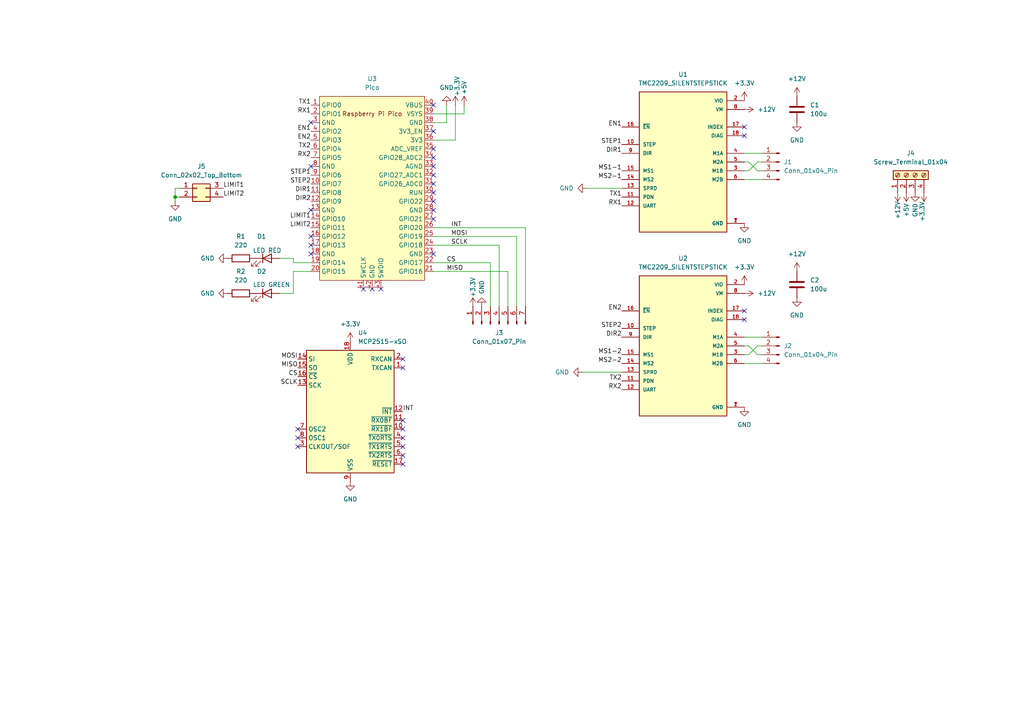
<source format=kicad_sch>
(kicad_sch (version 20231120) (generator "eeschema") (generator_version "8.0")
  (paper "A4")
  (title_block (title "Motor Driver Breakout v2") (date "2024-09-10") (rev "v0.2") (comment 1 "(Produced)") (comment 3 "Technology: THT") (comment 4 "Author: AlexanderHD27"))
  (lib_symbols
    (symbol "Connector:Conn_01x04_Pin" (pin_names (offset 1.016) hide)
      (property "Reference" "J" (at 0 5.08 0))
      (property "Value" "Conn_01x04_Pin" (at 0 -7.62 0))
      (symbol "Conn_01x04_Pin_1_1"
        (polyline (pts (xy 1.27 -5.08) (xy 0.8636 -5.08)) (stroke (width 0.1524)))
        (polyline (pts (xy 1.27 -2.54) (xy 0.8636 -2.54)) (stroke (width 0.1524)))
        (polyline (pts (xy 1.27 0) (xy 0.8636 0)) (stroke (width 0.1524)))
        (polyline (pts (xy 1.27 2.54) (xy 0.8636 2.54)) (stroke (width 0.1524)))
        (rectangle (start 0.8636 -4.953) (end 0 -5.207) (stroke (width 0.1524)) (fill (type outline)))
        (rectangle (start 0.8636 -2.413) (end 0 -2.667) (stroke (width 0.1524)) (fill (type outline)))
        (rectangle (start 0.8636 0.127) (end 0 -0.127) (stroke (width 0.1524)) (fill (type outline)))
        (rectangle (start 0.8636 2.667) (end 0 2.413) (stroke (width 0.1524)) (fill (type outline)))
        (pin passive line (at 5.08 2.54 180) (length 3.81) (name "Pin_1") (number "1"))
        (pin passive line (at 5.08 0 180) (length 3.81) (name "Pin_2") (number "2"))
        (pin passive line (at 5.08 -2.54 180) (length 3.81) (name "Pin_3") (number "3"))
        (pin passive line (at 5.08 -5.08 180) (length 3.81) (name "Pin_4") (number "4"))
      )
    )
    (symbol "Connector:Conn_01x07_Pin" (pin_names (offset 1.016) hide)
      (property "Reference" "J" (at 0 10.16 0))
      (property "Value" "Conn_01x07_Pin" (at 0 -10.16 0))
      (symbol "Conn_01x07_Pin_1_1"
        (polyline (pts (xy 1.27 -7.62) (xy 0.8636 -7.62)) (stroke (width 0.1524)))
        (polyline (pts (xy 1.27 -5.08) (xy 0.8636 -5.08)) (stroke (width 0.1524)))
        (polyline (pts (xy 1.27 -2.54) (xy 0.8636 -2.54)) (stroke (width 0.1524)))
        (polyline (pts (xy 1.27 0) (xy 0.8636 0)) (stroke (width 0.1524)))
        (polyline (pts (xy 1.27 2.54) (xy 0.8636 2.54)) (stroke (width 0.1524)))
        (polyline (pts (xy 1.27 5.08) (xy 0.8636 5.08)) (stroke (width 0.1524)))
        (polyline (pts (xy 1.27 7.62) (xy 0.8636 7.62)) (stroke (width 0.1524)))
        (rectangle (start 0.8636 -7.493) (end 0 -7.747) (stroke (width 0.1524)) (fill (type outline)))
        (rectangle (start 0.8636 -4.953) (end 0 -5.207) (stroke (width 0.1524)) (fill (type outline)))
        (rectangle (start 0.8636 -2.413) (end 0 -2.667) (stroke (width 0.1524)) (fill (type outline)))
        (rectangle (start 0.8636 0.127) (end 0 -0.127) (stroke (width 0.1524)) (fill (type outline)))
        (rectangle (start 0.8636 2.667) (end 0 2.413) (stroke (width 0.1524)) (fill (type outline)))
        (rectangle (start 0.8636 5.207) (end 0 4.953) (stroke (width 0.1524)) (fill (type outline)))
        (rectangle (start 0.8636 7.747) (end 0 7.493) (stroke (width 0.1524)) (fill (type outline)))
        (pin passive line (at 5.08 7.62 180) (length 3.81) (name "Pin_1") (number "1"))
        (pin passive line (at 5.08 5.08 180) (length 3.81) (name "Pin_2") (number "2"))
        (pin passive line (at 5.08 2.54 180) (length 3.81) (name "Pin_3") (number "3"))
        (pin passive line (at 5.08 0 180) (length 3.81) (name "Pin_4") (number "4"))
        (pin passive line (at 5.08 -2.54 180) (length 3.81) (name "Pin_5") (number "5"))
        (pin passive line (at 5.08 -5.08 180) (length 3.81) (name "Pin_6") (number "6"))
        (pin passive line (at 5.08 -7.62 180) (length 3.81) (name "Pin_7") (number "7"))
      )
    )
    (symbol "Connector:Screw_Terminal_01x04" (pin_names (offset 1.016) hide)
      (property "Reference" "J" (at 0 5.08 0))
      (property "Value" "Screw_Terminal_01x04" (at 0 -7.62 0))
      (symbol "Screw_Terminal_01x04_1_1"
        (rectangle (start -1.27 3.81) (end 1.27 -6.35) (stroke (width 0.254)) (fill (type background)))
        (circle (center 0 -5.08) (radius 0.635) (stroke (width 0.1524)))
        (circle (center 0 -2.54) (radius 0.635) (stroke (width 0.1524)))
        (polyline (pts (xy -0.5334 -4.7498) (xy 0.3302 -5.588)) (stroke (width 0.1524)))
        (polyline (pts (xy -0.5334 -2.2098) (xy 0.3302 -3.048)) (stroke (width 0.1524)))
        (polyline (pts (xy -0.5334 0.3302) (xy 0.3302 -0.508)) (stroke (width 0.1524)))
        (polyline (pts (xy -0.5334 2.8702) (xy 0.3302 2.032)) (stroke (width 0.1524)))
        (polyline (pts (xy -0.3556 -4.572) (xy 0.508 -5.4102)) (stroke (width 0.1524)))
        (polyline (pts (xy -0.3556 -2.032) (xy 0.508 -2.8702)) (stroke (width 0.1524)))
        (polyline (pts (xy -0.3556 0.508) (xy 0.508 -0.3302)) (stroke (width 0.1524)))
        (polyline (pts (xy -0.3556 3.048) (xy 0.508 2.2098)) (stroke (width 0.1524)))
        (circle (center 0 0) (radius 0.635) (stroke (width 0.1524)))
        (circle (center 0 2.54) (radius 0.635) (stroke (width 0.1524)))
        (pin passive line (at -5.08 2.54 0) (length 3.81) (name "Pin_1") (number "1"))
        (pin passive line (at -5.08 0 0) (length 3.81) (name "Pin_2") (number "2"))
        (pin passive line (at -5.08 -2.54 0) (length 3.81) (name "Pin_3") (number "3"))
        (pin passive line (at -5.08 -5.08 0) (length 3.81) (name "Pin_4") (number "4"))
      )
    )
    (symbol "Connector_Generic:Conn_02x02_Top_Bottom" (pin_names (offset 1.016) hide)
      (property "Reference" "J" (at 1.27 2.54 0))
      (property "Value" "Conn_02x02_Top_Bottom" (at 1.27 -5.08 0))
      (symbol "Conn_02x02_Top_Bottom_1_1"
        (rectangle (start -1.27 -2.413) (end 0 -2.667) (stroke (width 0.1524)))
        (rectangle (start -1.27 0.127) (end 0 -0.127) (stroke (width 0.1524)))
        (rectangle (start -1.27 1.27) (end 3.81 -3.81) (stroke (width 0.254)) (fill (type background)))
        (rectangle (start 3.81 -2.413) (end 2.54 -2.667) (stroke (width 0.1524)))
        (rectangle (start 3.81 0.127) (end 2.54 -0.127) (stroke (width 0.1524)))
        (pin passive line (at -5.08 0 0) (length 3.81) (name "Pin_1") (number "1"))
        (pin passive line (at -5.08 -2.54 0) (length 3.81) (name "Pin_2") (number "2"))
        (pin passive line (at 7.62 0 180) (length 3.81) (name "Pin_3") (number "3"))
        (pin passive line (at 7.62 -2.54 180) (length 3.81) (name "Pin_4") (number "4"))
      )
    )
    (symbol "Device:C" (pin_numbers hide) (pin_names (offset 0.254))
      (property "Reference" "C" (at 0.635 2.54 0))
      (property "Value" "C" (at 0.635 -2.54 0))
      (symbol "C_0_1"
        (polyline (pts (xy -2.032 -0.762) (xy 2.032 -0.762)) (stroke (width 0.508)))
        (polyline (pts (xy -2.032 0.762) (xy 2.032 0.762)) (stroke (width 0.508)))
      )
      (symbol "C_1_1"
        (pin passive line (at 0 3.81 270) (length 2.794) (name "~") (number "1"))
        (pin passive line (at 0 -3.81 90) (length 2.794) (name "~") (number "2"))
      )
    )
    (symbol "Device:LED" (pin_numbers hide) (pin_names (offset 1.016) hide)
      (property "Reference" "D" (at 0 2.54 0))
      (property "Value" "LED" (at 0 -2.54 0))
      (symbol "LED_0_1"
        (polyline (pts (xy -1.27 -1.27) (xy -1.27 1.27)) (stroke (width 0.254)))
        (polyline (pts (xy -1.27 0) (xy 1.27 0)))
        (polyline (pts (xy 1.27 -1.27) (xy 1.27 1.27) (xy -1.27 0) (xy 1.27 -1.27)) (stroke (width 0.254)))
        (polyline (pts (xy -3.048 -0.762) (xy -4.572 -2.286) (xy -3.81 -2.286) (xy -4.572 -2.286) (xy -4.572 -1.524)))
        (polyline (pts (xy -1.778 -0.762) (xy -3.302 -2.286) (xy -2.54 -2.286) (xy -3.302 -2.286) (xy -3.302 -1.524)))
      )
      (symbol "LED_1_1"
        (pin passive line (at -3.81 0 0) (length 2.54) (name "K") (number "1"))
        (pin passive line (at 3.81 0 180) (length 2.54) (name "A") (number "2"))
      )
    )
    (symbol "Device:R" (pin_numbers hide) (pin_names (offset 0))
      (property "Reference" "R" (at 2.032 0 90))
      (property "Value" "R" (at 0 0 90))
      (symbol "R_0_1"
        (rectangle (start -1.016 -2.54) (end 1.016 2.54) (stroke (width 0.254)))
      )
      (symbol "R_1_1"
        (pin passive line (at 0 3.81 270) (length 1.27) (name "~") (number "1"))
        (pin passive line (at 0 -3.81 90) (length 1.27) (name "~") (number "2"))
      )
    )
    (symbol "Interface_CAN_LIN:MCP2515-xSO"
      (property "Reference" "U" (at -10.16 19.685 0))
      (property "Value" "MCP2515-xSO" (at 19.05 20.32 0))
      (symbol "MCP2515-xSO_0_1"
        (rectangle (start -12.7 17.78) (end 12.7 -17.78) (stroke (width 0.254)) (fill (type background)))
      )
      (symbol "MCP2515-xSO_1_1"
        (pin output line (at 15.24 12.7 180) (length 2.54) (name "TXCAN") (number "1"))
        (pin output line (at 15.24 -5.08 180) (length 2.54) (name "~{RX1BF}") (number "10"))
        (pin output line (at 15.24 -2.54 180) (length 2.54) (name "~{RX0BF}") (number "11"))
        (pin output line (at 15.24 0 180) (length 2.54) (name "~{INT}") (number "12"))
        (pin input line (at -15.24 7.62 0) (length 2.54) (name "SCK") (number "13"))
        (pin input line (at -15.24 15.24 0) (length 2.54) (name "SI") (number "14"))
        (pin output line (at -15.24 12.7 0) (length 2.54) (name "SO") (number "15"))
        (pin input line (at -15.24 10.16 0) (length 2.54) (name "~{CS}") (number "16"))
        (pin input line (at 15.24 -15.24 180) (length 2.54) (name "~{RESET}") (number "17"))
        (pin power_in line (at 0 20.32 270) (length 2.54) (name "VDD") (number "18"))
        (pin input line (at 15.24 15.24 180) (length 2.54) (name "RXCAN") (number "2"))
        (pin output line (at -15.24 -10.16 0) (length 2.54) (name "CLKOUT/SOF") (number "3"))
        (pin input line (at 15.24 -7.62 180) (length 2.54) (name "~{TX0RTS}") (number "4"))
        (pin input line (at 15.24 -10.16 180) (length 2.54) (name "~{TX1RTS}") (number "5"))
        (pin input line (at 15.24 -12.7 180) (length 2.54) (name "~{TX2RTS}") (number "6"))
        (pin output line (at -15.24 -5.08 0) (length 2.54) (name "OSC2") (number "7"))
        (pin input line (at -15.24 -7.62 0) (length 2.54) (name "OSC1") (number "8"))
        (pin power_in line (at 0 -20.32 90) (length 2.54) (name "VSS") (number "9"))
      )
    )
    (symbol "MCU_RaspberryPi_and_Boards:Pico"
      (property "Reference" "U" (at -13.97 27.94 0))
      (property "Value" "Pico" (at 0 19.05 0))
      (symbol "Pico_0_0"
        (text "Raspberry Pi Pico" (at 0 21.59 0) (effects (font (size 1.27 1.27))))
      )
      (symbol "Pico_0_1"
        (rectangle (start -15.24 26.67) (end 15.24 -26.67) (fill (type background)))
      )
      (symbol "Pico_1_1"
        (pin bidirectional line (at -17.78 24.13 0) (length 2.54) (name "GPIO0") (number "1"))
        (pin bidirectional line (at -17.78 1.27 0) (length 2.54) (name "GPIO7") (number "10"))
        (pin bidirectional line (at -17.78 -1.27 0) (length 2.54) (name "GPIO8") (number "11"))
        (pin bidirectional line (at -17.78 -3.81 0) (length 2.54) (name "GPIO9") (number "12"))
        (pin power_in line (at -17.78 -6.35 0) (length 2.54) (name "GND") (number "13"))
        (pin bidirectional line (at -17.78 -8.89 0) (length 2.54) (name "GPIO10") (number "14"))
        (pin bidirectional line (at -17.78 -11.43 0) (length 2.54) (name "GPIO11") (number "15"))
        (pin bidirectional line (at -17.78 -13.97 0) (length 2.54) (name "GPIO12") (number "16"))
        (pin bidirectional line (at -17.78 -16.51 0) (length 2.54) (name "GPIO13") (number "17"))
        (pin power_in line (at -17.78 -19.05 0) (length 2.54) (name "GND") (number "18"))
        (pin bidirectional line (at -17.78 -21.59 0) (length 2.54) (name "GPIO14") (number "19"))
        (pin bidirectional line (at -17.78 21.59 0) (length 2.54) (name "GPIO1") (number "2"))
        (pin bidirectional line (at -17.78 -24.13 0) (length 2.54) (name "GPIO15") (number "20"))
        (pin bidirectional line (at 17.78 -24.13 180) (length 2.54) (name "GPIO16") (number "21"))
        (pin bidirectional line (at 17.78 -21.59 180) (length 2.54) (name "GPIO17") (number "22"))
        (pin power_in line (at 17.78 -19.05 180) (length 2.54) (name "GND") (number "23"))
        (pin bidirectional line (at 17.78 -16.51 180) (length 2.54) (name "GPIO18") (number "24"))
        (pin bidirectional line (at 17.78 -13.97 180) (length 2.54) (name "GPIO19") (number "25"))
        (pin bidirectional line (at 17.78 -11.43 180) (length 2.54) (name "GPIO20") (number "26"))
        (pin bidirectional line (at 17.78 -8.89 180) (length 2.54) (name "GPIO21") (number "27"))
        (pin power_in line (at 17.78 -6.35 180) (length 2.54) (name "GND") (number "28"))
        (pin bidirectional line (at 17.78 -3.81 180) (length 2.54) (name "GPIO22") (number "29"))
        (pin power_in line (at -17.78 19.05 0) (length 2.54) (name "GND") (number "3"))
        (pin input line (at 17.78 -1.27 180) (length 2.54) (name "RUN") (number "30"))
        (pin bidirectional line (at 17.78 1.27 180) (length 2.54) (name "GPIO26_ADC0") (number "31"))
        (pin bidirectional line (at 17.78 3.81 180) (length 2.54) (name "GPIO27_ADC1") (number "32"))
        (pin power_in line (at 17.78 6.35 180) (length 2.54) (name "AGND") (number "33"))
        (pin bidirectional line (at 17.78 8.89 180) (length 2.54) (name "GPIO28_ADC2") (number "34"))
        (pin power_in line (at 17.78 11.43 180) (length 2.54) (name "ADC_VREF") (number "35"))
        (pin power_in line (at 17.78 13.97 180) (length 2.54) (name "3V3") (number "36"))
        (pin input line (at 17.78 16.51 180) (length 2.54) (name "3V3_EN") (number "37"))
        (pin bidirectional line (at 17.78 19.05 180) (length 2.54) (name "GND") (number "38"))
        (pin power_in line (at 17.78 21.59 180) (length 2.54) (name "VSYS") (number "39"))
        (pin bidirectional line (at -17.78 16.51 0) (length 2.54) (name "GPIO2") (number "4"))
        (pin power_in line (at 17.78 24.13 180) (length 2.54) (name "VBUS") (number "40"))
        (pin input line (at -2.54 -29.21 90) (length 2.54) (name "SWCLK") (number "41"))
        (pin power_in line (at 0 -29.21 90) (length 2.54) (name "GND") (number "42"))
        (pin bidirectional line (at 2.54 -29.21 90) (length 2.54) (name "SWDIO") (number "43"))
        (pin bidirectional line (at -17.78 13.97 0) (length 2.54) (name "GPIO3") (number "5"))
        (pin bidirectional line (at -17.78 11.43 0) (length 2.54) (name "GPIO4") (number "6"))
        (pin bidirectional line (at -17.78 8.89 0) (length 2.54) (name "GPIO5") (number "7"))
        (pin power_in line (at -17.78 6.35 0) (length 2.54) (name "GND") (number "8"))
        (pin bidirectional line (at -17.78 3.81 0) (length 2.54) (name "GPIO6") (number "9"))
      )
    )
    (symbol "TMC2209_SILENTSTEPSTICK:TMC2209_SILENTSTEPSTICK" (pin_names (offset 1.016))
      (property "Reference" "U" (at -12.7 22.86 0))
      (property "Value" "TMC2209_SILENTSTEPSTICK" (at -12.7 -22.86 0))
      (symbol "TMC2209_SILENTSTEPSTICK_0_0"
        (rectangle (start -12.7 -20.32) (end 12.7 20.32) (stroke (width 0.254)) (fill (type background)))
        (pin power_in line (at 17.78 -17.78 180) (length 5.08) (name "GND") (number "1"))
        (pin input line (at -17.78 5.08 0) (length 5.08) (name "STEP") (number "10"))
        (pin bidirectional line (at -17.78 -10.16 0) (length 5.08) (name "PDN") (number "11"))
        (pin bidirectional line (at -17.78 -12.7 0) (length 5.08) (name "UART") (number "12"))
        (pin input line (at -17.78 -7.62 0) (length 5.08) (name "SPRD") (number "13"))
        (pin input line (at -17.78 -5.08 0) (length 5.08) (name "MS2") (number "14"))
        (pin input line (at -17.78 -2.54 0) (length 5.08) (name "MS1") (number "15"))
        (pin input line (at -17.78 10.16 0) (length 5.08) (name "~{EN}") (number "16"))
        (pin output line (at 17.78 10.16 180) (length 5.08) (name "INDEX") (number "17"))
        (pin output line (at 17.78 7.62 180) (length 5.08) (name "DIAG") (number "18"))
        (pin power_in line (at 17.78 17.78 180) (length 5.08) (name "VIO") (number "2"))
        (pin output line (at 17.78 -2.54 180) (length 5.08) (name "M1B") (number "3"))
        (pin output line (at 17.78 2.54 180) (length 5.08) (name "M1A") (number "4"))
        (pin output line (at 17.78 0 180) (length 5.08) (name "M2A") (number "5"))
        (pin output line (at 17.78 -5.08 180) (length 5.08) (name "M2B") (number "6"))
        (pin power_in line (at 17.78 -17.78 180) (length 5.08) (name "GND") (number "7"))
        (pin power_in line (at 17.78 15.24 180) (length 5.08) (name "VM") (number "8"))
        (pin input line (at -17.78 2.54 0) (length 5.08) (name "DIR") (number "9"))
      )
    )
    (symbol "power:+12V" (power) (pin_numbers hide) (pin_names (offset 0) hide)
      (property "Value" "+12V" (at 0 3.556 0))
      (symbol "+12V_0_1"
        (polyline (pts (xy -0.762 1.27) (xy 0 2.54)))
        (polyline (pts (xy 0 0) (xy 0 2.54)))
        (polyline (pts (xy 0 2.54) (xy 0.762 1.27)))
      )
      (symbol "+12V_1_1"
        (pin power_in line (at 0 0 90) (length 0) (name "~") (number "1"))
      )
    )
    (symbol "power:+3.3V" (power) (pin_numbers hide) (pin_names (offset 0) hide)
      (property "Value" "+3.3V" (at 0 3.556 0))
      (symbol "+3.3V_0_1"
        (polyline (pts (xy -0.762 1.27) (xy 0 2.54)))
        (polyline (pts (xy 0 0) (xy 0 2.54)))
        (polyline (pts (xy 0 2.54) (xy 0.762 1.27)))
      )
      (symbol "+3.3V_1_1"
        (pin power_in line (at 0 0 90) (length 0) (name "~") (number "1"))
      )
    )
    (symbol "power:+5V" (power) (pin_numbers hide) (pin_names (offset 0) hide)
      (property "Value" "+5V" (at 0 3.556 0))
      (symbol "+5V_0_1"
        (polyline (pts (xy -0.762 1.27) (xy 0 2.54)))
        (polyline (pts (xy 0 0) (xy 0 2.54)))
        (polyline (pts (xy 0 2.54) (xy 0.762 1.27)))
      )
      (symbol "+5V_1_1"
        (pin power_in line (at 0 0 90) (length 0) (name "~") (number "1"))
      )
    )
    (symbol "power:GND" (power) (pin_numbers hide) (pin_names (offset 0) hide)
      (property "Value" "GND" (at 0 -3.81 0))
      (symbol "GND_0_1"
        (polyline (pts (xy 0 0) (xy 0 -1.27) (xy 1.27 -1.27) (xy 0 -2.54) (xy -1.27 -1.27) (xy 0 -1.27)))
      )
      (symbol "GND_1_1"
        (pin power_in line (at 0 0 270) (length 0) (name "~") (number "1"))
      )
    )
  )
  (junction (at 50.8 57.15))
  (no_connect (at 116.84 121.92))
  (no_connect (at 116.84 134.62))
  (no_connect (at 125.73 58.42))
  (no_connect (at 116.84 129.54))
  (no_connect (at 215.9 39.37))
  (no_connect (at 125.73 50.8))
  (no_connect (at 90.17 68.58))
  (no_connect (at 125.73 55.88))
  (no_connect (at 110.49 83.82))
  (no_connect (at 125.73 63.5))
  (no_connect (at 105.41 83.82))
  (no_connect (at 125.73 43.18))
  (no_connect (at 90.17 71.12))
  (no_connect (at 116.84 127))
  (no_connect (at 116.84 104.14))
  (no_connect (at 90.17 48.26))
  (no_connect (at 215.9 90.17))
  (no_connect (at 86.36 124.46))
  (no_connect (at 86.36 129.54))
  (no_connect (at 90.17 60.96))
  (no_connect (at 125.73 48.26))
  (no_connect (at 107.95 83.82))
  (no_connect (at 125.73 73.66))
  (no_connect (at 215.9 36.83))
  (no_connect (at 125.73 38.1))
  (no_connect (at 116.84 106.68))
  (no_connect (at 215.9 92.71))
  (no_connect (at 116.84 132.08))
  (no_connect (at 125.73 30.48))
  (no_connect (at 86.36 127))
  (no_connect (at 125.73 60.96))
  (no_connect (at 90.17 35.56))
  (no_connect (at 125.73 45.72))
  (no_connect (at 116.84 124.46))
  (no_connect (at 125.73 53.34))
  (no_connect (at 90.17 73.66))
  (wire (pts (xy 219.71 46.99) (xy 220.98 46.99)))
  (wire (pts (xy 90.17 76.2) (xy 85.09 76.2)))
  (wire (pts (xy 85.09 85.09) (xy 85.09 78.74)))
  (wire (pts (xy 52.07 54.61) (xy 50.8 54.61)))
  (wire (pts (xy 215.9 52.07) (xy 220.98 52.07)))
  (wire (pts (xy 144.78 71.12) (xy 144.78 88.9)))
  (wire (pts (xy 217.17 49.53) (xy 219.71 46.99)))
  (wire (pts (xy 219.71 102.87) (xy 217.17 100.33)))
  (wire (pts (xy 132.08 40.64) (xy 125.73 40.64)))
  (wire (pts (xy 125.73 66.04) (xy 152.4 66.04)))
  (wire (pts (xy 152.4 88.9) (xy 152.4 66.04)))
  (wire (pts (xy 50.8 57.15) (xy 52.07 57.15)))
  (wire (pts (xy 215.9 100.33) (xy 217.17 100.33)))
  (wire (pts (xy 170.18 54.61) (xy 180.34 54.61)))
  (wire (pts (xy 50.8 54.61) (xy 50.8 57.15)))
  (wire (pts (xy 149.86 88.9) (xy 149.86 68.58)))
  (wire (pts (xy 129.54 35.56) (xy 125.73 35.56)))
  (wire (pts (xy 85.09 78.74) (xy 90.17 78.74)))
  (wire (pts (xy 220.98 49.53) (xy 219.71 49.53)))
  (wire (pts (xy 147.32 78.74) (xy 147.32 88.9)))
  (wire (pts (xy 219.71 100.33) (xy 220.98 100.33)))
  (wire (pts (xy 81.28 85.09) (xy 85.09 85.09)))
  (wire (pts (xy 217.17 102.87) (xy 219.71 100.33)))
  (wire (pts (xy 132.08 30.48) (xy 132.08 40.64)))
  (wire (pts (xy 215.9 97.79) (xy 220.98 97.79)))
  (wire (pts (xy 125.73 78.74) (xy 147.32 78.74)))
  (wire (pts (xy 168.91 107.95) (xy 180.34 107.95)))
  (wire (pts (xy 215.9 49.53) (xy 217.17 49.53)))
  (wire (pts (xy 125.73 33.02) (xy 134.62 33.02)))
  (wire (pts (xy 134.62 30.48) (xy 134.62 33.02)))
  (wire (pts (xy 50.8 57.15) (xy 50.8 58.42)))
  (wire (pts (xy 125.73 71.12) (xy 144.78 71.12)))
  (wire (pts (xy 129.54 30.48) (xy 129.54 35.56)))
  (wire (pts (xy 215.9 46.99) (xy 217.17 46.99)))
  (wire (pts (xy 219.71 102.87) (xy 220.98 102.87)))
  (wire (pts (xy 215.9 105.41) (xy 220.98 105.41)))
  (wire (pts (xy 142.24 76.2) (xy 142.24 88.9)))
  (wire (pts (xy 81.28 74.93) (xy 85.09 74.93)))
  (wire (pts (xy 215.9 44.45) (xy 220.98 44.45)))
  (wire (pts (xy 125.73 68.58) (xy 149.86 68.58)))
  (wire (pts (xy 219.71 49.53) (xy 217.17 46.99)))
  (wire (pts (xy 125.73 76.2) (xy 142.24 76.2)))
  (wire (pts (xy 215.9 102.87) (xy 217.17 102.87)))
  (wire (pts (xy 85.09 76.2) (xy 85.09 74.93)))
  (label "STEP1" (at 90.17 50.8 180))
  (label "STEP2" (at 180.34 95.25 180))
  (label "EN2" (at 90.17 40.64 180))
  (label "DIR2" (at 90.17 58.42 180))
  (label "LIMIT1" (at 90.17 63.5 180))
  (label "STEP1" (at 180.34 41.91 180))
  (label "MISO" (at 86.36 106.68 180))
  (label "RX2" (at 180.34 113.03 180))
  (label "TX1" (at 180.34 57.15 180))
  (label "LIMIT2" (at 64.77 57.15 0))
  (label "MOSI" (at 130.81 68.58 0))
  (label "EN2" (at 180.34 90.17 180))
  (label "MS1-2" (at 180.34 102.87 180))
  (label "TX1" (at 90.17 30.48 180))
  (label "RX1" (at 180.34 59.69 180))
  (label "MS2-1" (at 180.34 52.07 180))
  (label "MS1-1" (at 180.34 49.53 180))
  (label "TX2" (at 180.34 110.49 180))
  (label "STEP2" (at 90.17 53.34 180))
  (label "LIMIT2" (at 90.17 66.04 180))
  (label "RX1" (at 90.17 33.02 180))
  (label "SCLK" (at 86.36 111.76 180))
  (label "INT" (at 130.81 66.04 0))
  (label "EN1" (at 180.34 36.83 180))
  (label "RX2" (at 90.17 45.72 180))
  (label "DIR1" (at 90.17 55.88 180))
  (label "SCLK" (at 130.81 71.12 0))
  (label "TX2" (at 90.17 43.18 180))
  (label "EN1" (at 90.17 38.1 180))
  (label "MS2-2" (at 180.34 105.41 180))
  (label "INT" (at 116.84 119.38 0))
  (label "DIR1" (at 180.34 44.45 180))
  (label "CS" (at 129.54 76.2 0))
  (label "MISO" (at 129.54 78.74 0))
  (label "MOSI" (at 86.36 104.14 180))
  (label "LIMIT1" (at 64.77 54.61 0))
  (label "DIR2" (at 180.34 97.79 180))
  (label "CS" (at 86.36 109.22 180))
  (symbol (lib_id "power:GND") (at 231.14 35.56 0) (unit 1)
    (property "Reference" "#PWR024" (effects (hide yes)))
    (property "Value" "GND" (at 231.14 40.64 0))
    (property "Description" "Power symbol creates a global label with name \"GND\" , ground" (effects (hide yes)))
  )
  (symbol (lib_id "power:GND") (at 129.54 30.48 180) (unit 1)
    (property "Reference" "#PWR08" (effects (hide yes)))
    (property "Value" "GND" (at 129.54 25.4 0))
    (property "Description" "Power symbol creates a global label with name \"GND\" , ground" (effects (hide yes)))
  )
  (symbol (lib_id "power:+3.3V") (at 132.08 30.48 0) (unit 1)
    (property "Reference" "#PWR03" (effects (hide yes)))
    (property "Value" "+3.3V" (at 132.588 27.94 90) (effects (justify left)))
    (property "Description" "Power symbol creates a global label with name \"+3.3V\"" (effects (hide yes)))
  )
  (symbol (lib_id "Interface_CAN_LIN:MCP2515-xSO") (at 101.6 119.38 0) (unit 1)
    (property "Reference" "U4" (at 103.7941 96.52 0) (effects (justify left)))
    (property "Value" "MCP2515-xSO" (at 103.7941 99.06 0) (effects (justify left)))
    (property "Footprint" "Package_SO:SOIC-18W_7.5x11.6mm_P1.27mm" (effects (hide yes)))
    (property "Datasheet" "http://ww1.microchip.com/downloads/en/DeviceDoc/21801e.pdf" (effects (hide yes)))
    (property "Description" "Stand-Alone CAN Controller with SPI Interface, SOIC-18" (effects (hide yes)))
  )
  (symbol (lib_id "power:+12V") (at 215.9 85.09 270) (unit 1)
    (property "Reference" "#PWR07" (effects (hide yes)))
    (property "Value" "+12V" (at 219.71 85.0899 90) (effects (justify left)))
    (property "Description" "Power symbol creates a global label with name \"+12V\"" (effects (hide yes)))
  )
  (symbol (lib_id "power:GND") (at 66.04 85.09 270) (unit 1)
    (property "Reference" "#PWR015" (effects (hide yes)))
    (property "Value" "GND" (at 62.23 85.0899 90) (effects (justify right)))
    (property "Description" "Power symbol creates a global label with name \"GND\" , ground" (effects (hide yes)))
  )
  (symbol (lib_id "power:GND") (at 170.18 54.61 270) (unit 1)
    (property "Reference" "#PWR011" (effects (hide yes)))
    (property "Value" "GND" (at 166.37 54.6099 90) (effects (justify right)))
    (property "Description" "Power symbol creates a global label with name \"GND\" , ground" (effects (hide yes)))
  )
  (symbol (lib_id "power:+12V") (at 260.35 55.88 180) (unit 1)
    (property "Reference" "#PWR016" (effects (hide yes)))
    (property "Value" "+12V" (at 260.35 60.96 90))
    (property "Description" "Power symbol creates a global label with name \"+12V\"" (effects (hide yes)))
  )
  (symbol (lib_id "Connector_Generic:Conn_02x02_Top_Bottom") (at 57.15 54.61 0) (unit 1)
    (property "Reference" "J5" (at 58.42 48.26 0))
    (property "Value" "Conn_02x02_Top_Bottom" (at 58.42 50.8 0))
    (property "Description" "Generic connector, double row, 02x02, top/bottom pin numbering scheme (row 1: 1...pins_per_row, row2: pins_per_row+1 ... num_pins), script generated (kicad-library-utils/schlib/autogen/connector/)" (effects (hide yes)))
  )
  (symbol (lib_id "power:GND") (at 50.8 58.42 0) (unit 1)
    (property "Reference" "#PWR022" (effects (hide yes)))
    (property "Value" "GND" (at 50.8 63.5 0))
    (property "Description" "Power symbol creates a global label with name \"GND\" , ground" (effects (hide yes)))
  )
  (symbol (lib_id "power:+12V") (at 231.14 78.74 0) (unit 1)
    (property "Reference" "#PWR025" (effects (hide yes)))
    (property "Value" "+12V" (at 231.14 73.66 0))
    (property "Description" "Power symbol creates a global label with name \"+12V\"" (effects (hide yes)))
  )
  (symbol (lib_id "power:+5V") (at 134.62 30.48 0) (unit 1)
    (property "Reference" "#PWR019" (effects (hide yes)))
    (property "Value" "+5V" (at 134.62 25.4 90))
    (property "Description" "Power symbol creates a global label with name \"+5V\"" (effects (hide yes)))
  )
  (symbol (lib_id "power:+12V") (at 231.14 27.94 0) (unit 1)
    (property "Reference" "#PWR023" (effects (hide yes)))
    (property "Value" "+12V" (at 231.14 22.86 0))
    (property "Description" "Power symbol creates a global label with name \"+12V\"" (effects (hide yes)))
  )
  (symbol (lib_id "power:GND") (at 215.9 64.77 0) (unit 1)
    (property "Reference" "#PWR02" (effects (hide yes)))
    (property "Value" "GND" (at 215.9 69.85 0))
    (property "Description" "Power symbol creates a global label with name \"GND\" , ground" (effects (hide yes)))
  )
  (symbol (lib_id "Device:LED") (at 77.47 74.93 0) (unit 1)
    (property "Reference" "D1" (at 75.8825 68.58 0))
    (property "Value" "LED RED" (at 77.47 72.644 0))
    (property "Description" "Light emitting diode" (effects (hide yes)))
  )
  (symbol (lib_id "TMC2209_SILENTSTEPSTICK:TMC2209_SILENTSTEPSTICK") (at 198.12 100.33 0) (unit 1)
    (property "Reference" "U2" (at 198.12 74.93 0))
    (property "Value" "TMC2209_SILENTSTEPSTICK" (at 198.12 77.47 0))
    (property "Footprint" "TMC2209_SILENTSTEPSTICK:MODULE_TMC2209_SILENTSTEPSTICK" (effects (hide yes)))
    (property "MF" "Trinamic Motion Control GmbH" (effects (hide yes)))
    (property "Description_1" "\nTMC2209 Motor Controller/Driver Power Management Evaluation Board\n" (effects (hide yes)))
    (property "Package" "None" (effects (hide yes)))
    (property "Price" "None" (effects (hide yes)))
    (property "Check_prices" "https://www.snapeda.com/parts/TMC2209%20SILENTSTEPSTICK/Trinamic+Motion+Control+GmbH/view-part/?ref=eda" (effects (hide yes)))
    (property "STANDARD" "Manufacturer Recommendations" (effects (hide yes)))
    (property "PARTREV" "1.20" (effects (hide yes)))
    (property "SnapEDA_Link" "https://www.snapeda.com/parts/TMC2209%20SILENTSTEPSTICK/Trinamic+Motion+Control+GmbH/view-part/?ref=snap" (effects (hide yes)))
    (property "MP" "TMC2209 SILENTSTEPSTICK" (effects (hide yes)))
    (property "MANUFACTURER" "Trinamic Motion Control GmbH" (effects (hide yes)))
    (property "Availability" "In Stock" (effects (hide yes)))
    (property "SNAPEDA_PN" "TMC2209 SILENTSTEPSTICK" (effects (hide yes)))
  )
  (symbol (lib_id "Connector:Conn_01x07_Pin") (at 144.78 93.98 90) (unit 1)
    (property "Reference" "J3" (at 144.78 96.52 90))
    (property "Value" "Conn_01x07_Pin" (at 144.78 99.06 90))
    (property "Description" "Generic connector, single row, 01x07, script generated" (effects (hide yes)))
  )
  (symbol (lib_id "power:+12V") (at 215.9 31.75 270) (unit 1)
    (property "Reference" "#PWR06" (effects (hide yes)))
    (property "Value" "+12V" (at 219.71 31.7499 90) (effects (justify left)))
    (property "Description" "Power symbol creates a global label with name \"+12V\"" (effects (hide yes)))
  )
  (symbol (lib_id "power:GND") (at 265.43 55.88 0) (unit 1)
    (property "Reference" "#PWR017" (effects (hide yes)))
    (property "Value" "GND" (at 265.43 60.96 90))
    (property "Description" "Power symbol creates a global label with name \"GND\" , ground" (effects (hide yes)))
  )
  (symbol (lib_id "power:GND") (at 215.9 118.11 0) (unit 1)
    (property "Reference" "#PWR01" (effects (hide yes)))
    (property "Value" "GND" (at 215.9 123.19 0))
    (property "Description" "Power symbol creates a global label with name \"GND\" , ground" (effects (hide yes)))
  )
  (symbol (lib_id "power:GND") (at 101.6 139.7 0) (unit 1)
    (property "Reference" "#PWR012" (effects (hide yes)))
    (property "Value" "GND" (at 101.6 144.78 0))
    (property "Description" "Power symbol creates a global label with name \"GND\" , ground" (effects (hide yes)))
  )
  (symbol (lib_id "power:GND") (at 139.7 88.9 180) (unit 1)
    (property "Reference" "#PWR021" (effects (hide yes)))
    (property "Value" "GND" (at 139.7 83.312 90))
    (property "Description" "Power symbol creates a global label with name \"GND\" , ground" (effects (hide yes)))
  )
  (symbol (lib_id "TMC2209_SILENTSTEPSTICK:TMC2209_SILENTSTEPSTICK") (at 198.12 46.99 0) (unit 1)
    (property "Reference" "U1" (at 198.12 21.59 0))
    (property "Value" "TMC2209_SILENTSTEPSTICK" (at 198.12 24.13 0))
    (property "Footprint" "TMC2209_SILENTSTEPSTICK:MODULE_TMC2209_SILENTSTEPSTICK" (effects (hide yes)))
    (property "MF" "Trinamic Motion Control GmbH" (effects (hide yes)))
    (property "Description_1" "\nTMC2209 Motor Controller/Driver Power Management Evaluation Board\n" (effects (hide yes)))
    (property "Package" "None" (effects (hide yes)))
    (property "Price" "None" (effects (hide yes)))
    (property "Check_prices" "https://www.snapeda.com/parts/TMC2209%20SILENTSTEPSTICK/Trinamic+Motion+Control+GmbH/view-part/?ref=eda" (effects (hide yes)))
    (property "STANDARD" "Manufacturer Recommendations" (effects (hide yes)))
    (property "PARTREV" "1.20" (effects (hide yes)))
    (property "SnapEDA_Link" "https://www.snapeda.com/parts/TMC2209%20SILENTSTEPSTICK/Trinamic+Motion+Control+GmbH/view-part/?ref=snap" (effects (hide yes)))
    (property "MP" "TMC2209 SILENTSTEPSTICK" (effects (hide yes)))
    (property "MANUFACTURER" "Trinamic Motion Control GmbH" (effects (hide yes)))
    (property "Availability" "In Stock" (effects (hide yes)))
    (property "SNAPEDA_PN" "TMC2209 SILENTSTEPSTICK" (effects (hide yes)))
  )
  (symbol (lib_id "power:+3.3V") (at 267.97 55.88 180) (unit 1)
    (property "Reference" "#PWR020" (effects (hide yes)))
    (property "Value" "+3.3V" (at 267.462 58.42 90) (effects (justify left)))
    (property "Description" "Power symbol creates a global label with name \"+3.3V\"" (effects (hide yes)))
  )
  (symbol (lib_id "power:+3.3V") (at 137.16 88.9 0) (unit 1)
    (property "Reference" "#PWR09" (effects (hide yes)))
    (property "Value" "+3.3V" (at 137.16 83.312 90))
    (property "Description" "Power symbol creates a global label with name \"+3.3V\"" (effects (hide yes)))
  )
  (symbol (lib_id "Device:R") (at 69.85 85.09 90) (unit 1)
    (property "Reference" "R2" (at 69.85 78.74 90))
    (property "Value" "220" (at 69.85 81.28 90))
    (property "Description" "Resistor" (effects (hide yes)))
  )
  (symbol (lib_id "Device:LED") (at 77.47 85.09 0) (unit 1)
    (property "Reference" "D2" (at 75.8825 78.74 0))
    (property "Value" "LED GREEN" (at 78.74 82.55 0))
    (property "Description" "Light emitting diode" (effects (hide yes)))
  )
  (symbol (lib_id "power:+3.3V") (at 215.9 82.55 0) (unit 1)
    (property "Reference" "#PWR05" (effects (hide yes)))
    (property "Value" "+3.3V" (at 215.9 77.47 0))
    (property "Description" "Power symbol creates a global label with name \"+3.3V\"" (effects (hide yes)))
  )
  (symbol (lib_id "Connector:Conn_01x04_Pin") (at 226.06 46.99 0) (mirror y) (unit 1)
    (property "Reference" "J1" (at 227.33 46.9899 0) (effects (justify right)))
    (property "Value" "Conn_01x04_Pin" (at 227.33 49.5299 0) (effects (justify right)))
    (property "Description" "Generic connector, single row, 01x04, script generated" (effects (hide yes)))
  )
  (symbol (lib_id "Device:C") (at 231.14 31.75 0) (unit 1)
    (property "Reference" "C1" (at 234.95 30.4799 0) (effects (justify left)))
    (property "Value" "100u" (at 234.95 33.0199 0) (effects (justify left)))
    (property "Description" "Unpolarized capacitor" (effects (hide yes)))
  )
  (symbol (lib_id "Device:R") (at 69.85 74.93 90) (unit 1)
    (property "Reference" "R1" (at 69.85 68.58 90))
    (property "Value" "220" (at 69.85 71.12 90))
    (property "Description" "Resistor" (effects (hide yes)))
  )
  (symbol (lib_id "Connector:Conn_01x04_Pin") (at 226.06 100.33 0) (mirror y) (unit 1)
    (property "Reference" "J2" (at 227.33 100.3299 0) (effects (justify right)))
    (property "Value" "Conn_01x04_Pin" (at 227.33 102.8699 0) (effects (justify right)))
    (property "Description" "Generic connector, single row, 01x04, script generated" (effects (hide yes)))
  )
  (symbol (lib_id "Connector:Screw_Terminal_01x04") (at 262.89 50.8 90) (unit 1)
    (property "Reference" "J4" (at 264.16 44.45 90))
    (property "Value" "Screw_Terminal_01x04" (at 264.16 46.99 90))
    (property "Description" "Generic screw terminal, single row, 01x04, script generated (kicad-library-utils/schlib/autogen/connector/)" (effects (hide yes)))
  )
  (symbol (lib_id "power:+3.3V") (at 101.6 99.06 0) (unit 1)
    (property "Reference" "#PWR013" (effects (hide yes)))
    (property "Value" "+3.3V" (at 101.6 93.98 0))
    (property "Description" "Power symbol creates a global label with name \"+3.3V\"" (effects (hide yes)))
  )
  (symbol (lib_id "power:GND") (at 231.14 86.36 0) (unit 1)
    (property "Reference" "#PWR026" (effects (hide yes)))
    (property "Value" "GND" (at 231.14 91.44 0))
    (property "Description" "Power symbol creates a global label with name \"GND\" , ground" (effects (hide yes)))
  )
  (symbol (lib_id "power:+3.3V") (at 215.9 29.21 0) (unit 1)
    (property "Reference" "#PWR04" (effects (hide yes)))
    (property "Value" "+3.3V" (at 215.9 24.13 0))
    (property "Description" "Power symbol creates a global label with name \"+3.3V\"" (effects (hide yes)))
  )
  (symbol (lib_id "power:GND") (at 66.04 74.93 270) (unit 1)
    (property "Reference" "#PWR014" (effects (hide yes)))
    (property "Value" "GND" (at 62.23 74.9299 90) (effects (justify right)))
    (property "Description" "Power symbol creates a global label with name \"GND\" , ground" (effects (hide yes)))
  )
  (symbol (lib_id "power:GND") (at 168.91 107.95 270) (unit 1)
    (property "Reference" "#PWR010" (effects (hide yes)))
    (property "Value" "GND" (at 165.1 107.95 90) (effects (justify right)))
    (property "Description" "Power symbol creates a global label with name \"GND\" , ground" (effects (hide yes)))
  )
  (symbol (lib_id "power:+5V") (at 262.89 55.88 180) (unit 1)
    (property "Reference" "#PWR018" (effects (hide yes)))
    (property "Value" "+5V" (at 262.89 60.96 90))
    (property "Description" "Power symbol creates a global label with name \"+5V\"" (effects (hide yes)))
  )
  (symbol (lib_id "Device:C") (at 231.14 82.55 0) (unit 1)
    (property "Reference" "C2" (at 234.95 81.2799 0) (effects (justify left)))
    (property "Value" "100u" (at 234.95 83.8199 0) (effects (justify left)))
    (property "Description" "Unpolarized capacitor" (effects (hide yes)))
  )
  (symbol (lib_id "MCU_RaspberryPi_and_Boards:Pico") (at 107.95 54.61 0) (unit 1)
    (property "Reference" "U3" (at 107.95 22.86 0))
    (property "Value" "Pico" (at 107.95 25.4 0))
    (property "Footprint" "RPi_Pico:RPi_Pico_SMD_TH" (effects (hide yes)))
  )
)
</source>
